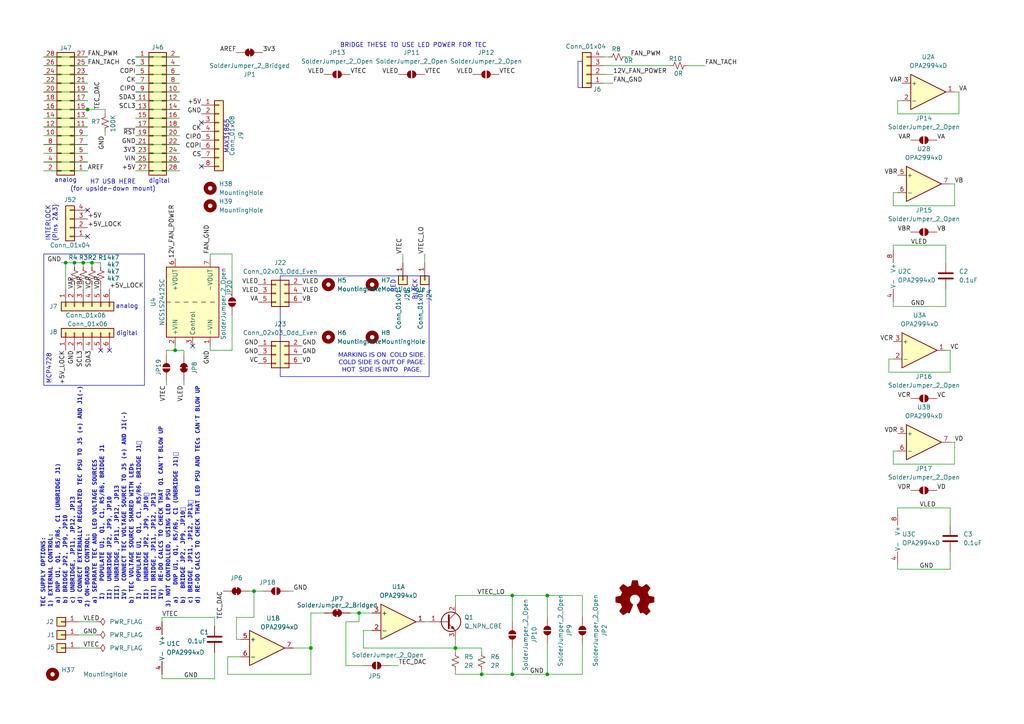
<source format=kicad_sch>
(kicad_sch (version 20250114) (generator "eeschema") (generator_version "9.0")
  (paper "A4")
  (lib_symbols
    (symbol "Amplifier_Operational:OPA2994xD" (pin_names (offset 0.127))
      (property "Reference" "U" (at 0 5.08 0))
      (property "Value" "OPA2994xD" (at 0 -5.08 0))
      (symbol "OPA2994xD_1_1"
        (pin input line (at -7.62 2.54 0) (length 2.54) (name "+") (number "3"))
        (pin input line (at -7.62 -2.54 0) (length 2.54) (name "-") (number "2"))
        (pin output line (at 7.62 0 180) (length 2.54) (name "~") (number "1"))
      )
      (symbol "OPA2994xD_2_1"
        (pin input line (at -7.62 2.54 0) (length 2.54) (name "+") (number "5"))
        (pin input line (at -7.62 -2.54 0) (length 2.54) (name "-") (number "6"))
        (pin output line (at 7.62 0 180) (length 2.54) (name "~") (number "7"))
      )
      (symbol "OPA2994xD_3_1"
        (pin power_in line (at -2.54 7.62 270) (length 3.81) (name "V+") (number "8"))
        (pin power_in line (at -2.54 -7.62 90) (length 3.81) (name "V-") (number "4"))
      )
    )
    (symbol "Connector_Generic:Conn_01x01" (pin_names (offset 1.016) (hide yes))
      (property "Reference" "J" (at 0 2.54 0))
      (property "Value" "Conn_01x01" (at 0 -2.54 0))
      (symbol "Conn_01x01_1_1"
        (pin passive line (at -5.08 0 0) (length 3.81) (name "Pin_1") (number "1"))
      )
    )
    (symbol "Connector_Generic:Conn_01x04" (pin_names (offset 1.016) (hide yes))
      (property "Reference" "J" (at 0 5.08 0))
      (property "Value" "Conn_01x04" (at 0 -7.62 0))
      (symbol "Conn_01x04_1_1"
        (pin passive line (at -5.08 2.54 0) (length 3.81) (name "Pin_1") (number "1"))
        (pin passive line (at -5.08 0 0) (length 3.81) (name "Pin_2") (number "2"))
        (pin passive line (at -5.08 -2.54 0) (length 3.81) (name "Pin_3") (number "3"))
        (pin passive line (at -5.08 -5.08 0) (length 3.81) (name "Pin_4") (number "4"))
      )
    )
    (symbol "Connector_Generic:Conn_01x06" (pin_names (offset 1.016) (hide yes))
      (property "Reference" "J" (at 0 7.62 0))
      (property "Value" "Conn_01x06" (at 0 -10.16 0))
      (symbol "Conn_01x06_1_1"
        (pin passive line (at -5.08 5.08 0) (length 3.81) (name "Pin_1") (number "1"))
        (pin passive line (at -5.08 2.54 0) (length 3.81) (name "Pin_2") (number "2"))
        (pin passive line (at -5.08 0 0) (length 3.81) (name "Pin_3") (number "3"))
        (pin passive line (at -5.08 -2.54 0) (length 3.81) (name "Pin_4") (number "4"))
        (pin passive line (at -5.08 -5.08 0) (length 3.81) (name "Pin_5") (number "5"))
        (pin passive line (at -5.08 -7.62 0) (length 3.81) (name "Pin_6") (number "6"))
      )
    )
    (symbol "Connector_Generic:Conn_01x08" (pin_names (offset 1.016) (hide yes))
      (property "Reference" "J" (at 0 10.16 0))
      (property "Value" "Conn_01x08" (at 0 -12.7 0))
      (symbol "Conn_01x08_1_1"
        (pin passive line (at -5.08 7.62 0) (length 3.81) (name "Pin_1") (number "1"))
        (pin passive line (at -5.08 5.08 0) (length 3.81) (name "Pin_2") (number "2"))
        (pin passive line (at -5.08 2.54 0) (length 3.81) (name "Pin_3") (number "3"))
        (pin passive line (at -5.08 0 0) (length 3.81) (name "Pin_4") (number "4"))
        (pin passive line (at -5.08 -2.54 0) (length 3.81) (name "Pin_5") (number "5"))
        (pin passive line (at -5.08 -5.08 0) (length 3.81) (name "Pin_6") (number "6"))
        (pin passive line (at -5.08 -7.62 0) (length 3.81) (name "Pin_7") (number "7"))
        (pin passive line (at -5.08 -10.16 0) (length 3.81) (name "Pin_8") (number "8"))
      )
    )
    (symbol "Connector_Generic:Conn_02x03_Odd_Even" (pin_names (offset 1.016) (hide yes))
      (property "Reference" "J" (at 1.27 5.08 0))
      (property "Value" "Conn_02x03_Odd_Even" (at 1.27 -5.08 0))
      (symbol "Conn_02x03_Odd_Even_1_1"
        (pin passive line (at -5.08 2.54 0) (length 3.81) (name "Pin_1") (number "1"))
        (pin passive line (at -5.08 0 0) (length 3.81) (name "Pin_3") (number "3"))
        (pin passive line (at -5.08 -2.54 0) (length 3.81) (name "Pin_5") (number "5"))
        (pin passive line (at 7.62 2.54 180) (length 3.81) (name "Pin_2") (number "2"))
        (pin passive line (at 7.62 0 180) (length 3.81) (name "Pin_4") (number "4"))
        (pin passive line (at 7.62 -2.54 180) (length 3.81) (name "Pin_6") (number "6"))
      )
    )
    (symbol "Connector_Generic:Conn_02x14_Odd_Even" (pin_names (offset 1.016) (hide yes))
      (property "Reference" "J" (at 1.27 17.78 0))
      (property "Value" "Conn_02x14_Odd_Even" (at 1.27 -20.32 0))
      (symbol "Conn_02x14_Odd_Even_1_1"
        (pin passive line (at -5.08 15.24 0) (length 3.81) (name "Pin_1") (number "1"))
        (pin passive line (at -5.08 12.7 0) (length 3.81) (name "Pin_3") (number "3"))
        (pin passive line (at -5.08 10.16 0) (length 3.81) (name "Pin_5") (number "5"))
        (pin passive line (at -5.08 7.62 0) (length 3.81) (name "Pin_7") (number "7"))
        (pin passive line (at -5.08 5.08 0) (length 3.81) (name "Pin_9") (number "9"))
        (pin passive line (at -5.08 2.54 0) (length 3.81) (name "Pin_11") (number "11"))
        (pin passive line (at -5.08 0 0) (length 3.81) (name "Pin_13") (number "13"))
        (pin passive line (at -5.08 -2.54 0) (length 3.81) (name "Pin_15") (number "15"))
        (pin passive line (at -5.08 -5.08 0) (length 3.81) (name "Pin_17") (number "17"))
        (pin passive line (at -5.08 -7.62 0) (length 3.81) (name "Pin_19") (number "19"))
        (pin passive line (at -5.08 -10.16 0) (length 3.81) (name "Pin_21") (number "21"))
        (pin passive line (at -5.08 -12.7 0) (length 3.81) (name "Pin_23") (number "23"))
        (pin passive line (at -5.08 -15.24 0) (length 3.81) (name "Pin_25") (number "25"))
        (pin passive line (at -5.08 -17.78 0) (length 3.81) (name "Pin_27") (number "27"))
        (pin passive line (at 7.62 15.24 180) (length 3.81) (name "Pin_2") (number "2"))
        (pin passive line (at 7.62 12.7 180) (length 3.81) (name "Pin_4") (number "4"))
        (pin passive line (at 7.62 10.16 180) (length 3.81) (name "Pin_6") (number "6"))
        (pin passive line (at 7.62 7.62 180) (length 3.81) (name "Pin_8") (number "8"))
        (pin passive line (at 7.62 5.08 180) (length 3.81) (name "Pin_10") (number "10"))
        (pin passive line (at 7.62 2.54 180) (length 3.81) (name "Pin_12") (number "12"))
        (pin passive line (at 7.62 0 180) (length 3.81) (name "Pin_14") (number "14"))
        (pin passive line (at 7.62 -2.54 180) (length 3.81) (name "Pin_16") (number "16"))
        (pin passive line (at 7.62 -5.08 180) (length 3.81) (name "Pin_18") (number "18"))
        (pin passive line (at 7.62 -7.62 180) (length 3.81) (name "Pin_20") (number "20"))
        (pin passive line (at 7.62 -10.16 180) (length 3.81) (name "Pin_22") (number "22"))
        (pin passive line (at 7.62 -12.7 180) (length 3.81) (name "Pin_24") (number "24"))
        (pin passive line (at 7.62 -15.24 180) (length 3.81) (name "Pin_26") (number "26"))
        (pin passive line (at 7.62 -17.78 180) (length 3.81) (name "Pin_28") (number "28"))
      )
    )
    (symbol "Converter_DCDC:NCS1S2412SC"
      (property "Reference" "U" (at -8.89 8.89 0))
      (property "Value" "NCS1S2412SC" (at 8.89 8.89 0))
      (symbol "NCS1S2412SC_1_1"
        (pin power_in line (at -12.7 5.08 0) (length 2.54) (name "+VIN") (number "2"))
        (pin input line (at -12.7 0 0) (length 2.54) (name "Control") (number "3"))
        (pin power_in line (at -12.7 -5.08 0) (length 2.54) (name "-VIN") (number "1"))
        (pin power_out line (at 12.7 5.08 180) (length 2.54) (name "+VOUT") (number "6"))
        (pin power_out line (at 12.7 -5.08 180) (length 2.54) (name "-VOUT") (number "7"))
      )
    )
    (symbol "Device:C" (pin_numbers (hide yes)) (pin_names (offset 0.254))
      (property "Reference" "C" (at 0.635 2.54 0))
      (property "Value" "C" (at 0.635 -2.54 0))
      (symbol "C_1_1"
        (pin passive line (at 0 3.81 270) (length 2.794) (name "~") (number "1"))
        (pin passive line (at 0 -3.81 90) (length 2.794) (name "~") (number "2"))
      )
    )
    (symbol "Device:R_Small_US" (pin_numbers (hide yes)) (pin_names (offset 0.254) (hide yes))
      (property "Reference" "R" (at 0.762 0.508 0))
      (property "Value" "R_Small_US" (at 0.762 -1.016 0))
      (symbol "R_Small_US_1_1"
        (pin passive line (at 0 2.54 270) (length 1.016) (name "~") (number "1"))
        (pin passive line (at 0 -2.54 90) (length 1.016) (name "~") (number "2"))
      )
    )
    (symbol "Graphic:Logo_Open_Hardware_Small" (in_bom no) (on_board no))
    (symbol "Jumper:SolderJumper_2_Bridged" (pin_numbers (hide yes)) (pin_names (offset 0) (hide yes)) (in_bom no)
      (property "Reference" "JP" (at 0 2.032 0))
      (property "Value" "SolderJumper_2_Bridged" (at 0 -2.54 0))
      (symbol "SolderJumper_2_Bridged_1_1"
        (pin passive line (at -3.81 0 0) (length 2.54) (name "A") (number "1"))
        (pin passive line (at 3.81 0 180) (length 2.54) (name "B") (number "2"))
      )
    )
    (symbol "Jumper:SolderJumper_2_Open" (pin_numbers (hide yes)) (pin_names (offset 0) (hide yes)) (in_bom no)
      (property "Reference" "JP" (at 0 2.032 0))
      (property "Value" "SolderJumper_2_Open" (at 0 -2.54 0))
      (symbol "SolderJumper_2_Open_1_1"
        (pin passive line (at -3.81 0 0) (length 2.54) (name "A") (number "1"))
        (pin passive line (at 3.81 0 180) (length 2.54) (name "B") (number "2"))
      )
    )
    (symbol "Mechanical:MountingHole" (pin_names (offset 1.016)) (in_bom no)
      (property "Reference" "H" (at 0 5.08 0))
      (property "Value" "MountingHole" (at 0 3.175 0))
    )
    (symbol "Transistor_BJT:Q_NPN_BCE" (pin_names (offset 0) (hide yes))
      (property "Reference" "Q" (at 5.08 1.27 0))
      (property "Value" "Q_NPN_BCE" (at 5.08 -1.27 0))
      (symbol "Q_NPN_BCE_1_1"
        (pin input line (at -5.08 0 0) (length 2.54) (name "B") (number "1"))
        (pin passive line (at 2.54 5.08 270) (length 2.54) (name "C") (number "2"))
        (pin passive line (at 2.54 -5.08 90) (length 2.54) (name "E") (number "3"))
      )
    )
    (symbol "power:PWR_FLAG" (power) (pin_numbers (hide yes)) (pin_names (offset 0) (hide yes))
      (property "Value" "PWR_FLAG" (at 0 3.81 0))
      (symbol "PWR_FLAG_0_0"
        (pin power_out line (at 0 0 90) (length 0) (name "~") (number "1"))
      )
    )
  )
  (rectangle (start 81.28 80.01) (end 124.46 109.22))
  (rectangle (start 12.7 73.66) (end 41.91 111.76))
  (rectangle (start 167.64 17.78) (end 168.91 25.4) (fill (type color)))
  (text "MAX31865" (at 65.786 39.624 90) (effects (font (size 1.27 1.27))))
  (text "analog" (at 36.83 88.9 0) (effects (font (size 1.27 1.27))))
  (text "digital" (at 36.83 96.774 0) (effects (font (size 1.27 1.27))))
  (text "MARKING IS ON  COLD SIDE.\nCOLD SIDE IS OUT OF PAGE.\nHOT  SIDE IS INTO   PAGE." (at 110.744 105.664 0) (effects (font (size 1.27 1.27))))
  (text "H7 USB HERE\n(for upside-down mount)" (at 32.766 53.848 0) (effects (font (size 1.27 1.27))))
  (text "RED" (at 114.046 83.058 90) (effects (font (size 1.27 1.27))))
  (text "BLACK" (at 120.396 84.074 90) (effects (font (size 1.27 1.27))))
  (text "digital" (at 46.228 52.578 0) (effects (font (size 1.27 1.27))))
  (text "analog" (at 19.05 52.324 0) (effects (font (size 1.27 1.27))))
  (text "INTERLOCK\n(Pins 2&3)" (at 14.986 64.77 90) (effects (font (size 1.27 1.27))))
  (text "MCP4728" (at 14.224 106.934 90) (effects (font (size 1.27 1.27))))
  (text "BRIDGE THESE TO USE LED POWER FOR TEC" (at 119.888 13.208 0) (effects (font (size 1.27 1.27))))
  (text "TEC SUPPLY OPTIONS:\n1) EXTERNAL CONTROL:\n a) DNP U1, Q1, R5/R6, C1 (UNBRIDGE J1)\n b) BRIDGE JP2, JP9, JP10\n c) UNBRIDGE, JP11, JP12, JP13\n d) CONNECT EXTERNALLY REGULATED TEC PSU TO J5 (+) AND J1(-)\n2) ON-BOARD CONTROL:\n a) SEPARATE TEC AND LED VOLTAGE SOURCES\n  I)   POPULATE U1, Q1, C1, R5/R6, BRIDGE J1\n  II)  UNBRIDGE JP2, JP9, JP10\n  III) UNBRIDGE, JP11, JP12, JP13\n  IV)  CONNECT TEC VOLTAGE SOURCE TO J5 (+) AND J1(-)\n b) TEC VOLTAGE SOURCE SHARED WITH LEDs\n  I)   POPULATE U1, Q1, C1, R5/R6, BRIDGE J1\r\n  II)  UNBRIDGE JP2, JP9, JP10\r\n  III) BRIDGE, JP11, JP12, JP13\n  IV)  RE-DO CALCS TO CHECK THAT Q1 CAN'T BLOW UP\n3) NOT CONTROLLED, USING LED PSU\n a)   DNP U1, Q1, R5/R6, C1 (UNBRIDGE J1)\r\n b)  BRIDGE JP2, JP9, JP10\r\n c) BRIDGE, JP11, JP12, JP13\r\n d) RE-DO CALCS TO CHECK THAT LED PSU AND TECs CAN'T BLOW UP" (at 35.306 176.276 90) (effects (font (size 1.27 1.27) (bold yes)) (justify left)))
  (junction (at 50.8 101.6))
  (junction (at 19.05 76.2))
  (junction (at 148.59 195.58))
  (junction (at 158.75 195.58))
  (junction (at 73.66 171.45))
  (junction (at 26.67 76.2))
  (junction (at 24.13 76.2))
  (junction (at 158.75 172.72))
  (junction (at 139.7 195.58))
  (junction (at 21.59 76.2))
  (junction (at 132.08 187.96))
  (junction (at 104.14 177.8))
  (junction (at 25.4 31.75))
  (junction (at 148.59 172.72))
  (junction (at 90.17 187.96))
  (no_connect (at 31.75 101.6))
  (no_connect (at 58.42 35.56))
  (no_connect (at 25.4 68.58))
  (no_connect (at 55.88 100.33))
  (no_connect (at 25.4 60.96))
  (no_connect (at 58.42 48.26))
  (no_connect (at 29.21 101.6))
  (wire (pts (xy 276.86 59.69) (xy 259.08 59.69)))
  (wire (pts (xy 46.99 179.07) (xy 46.99 180.34)))
  (wire (pts (xy 62.23 189.23) (xy 62.23 196.85)))
  (wire (pts (xy 100.33 180.34) (xy 104.14 180.34)))
  (wire (pts (xy 175.26 24.13) (xy 177.8 24.13)))
  (wire (pts (xy 39.37 41.91) (xy 52.07 41.91)))
  (wire (pts (xy 259.08 59.69) (xy 259.08 55.88)))
  (wire (pts (xy 39.37 36.83) (xy 52.07 36.83)))
  (wire (pts (xy 259.08 104.14) (xy 257.81 104.14)))
  (wire (pts (xy 259.08 130.81) (xy 260.35 130.81)))
  (wire (pts (xy 276.86 26.67) (xy 278.13 26.67)))
  (wire (pts (xy 25.4 31.75) (xy 30.48 31.75)))
  (wire (pts (xy 60.96 100.33) (xy 60.96 101.6)))
  (wire (pts (xy 175.26 19.05) (xy 194.31 19.05)))
  (wire (pts (xy 259.08 71.12) (xy 274.32 71.12)))
  (wire (pts (xy 132.08 195.58) (xy 132.08 194.31)))
  (wire (pts (xy 22.86 187.96) (xy 27.94 187.96)))
  (wire (pts (xy 275.59 101.6) (xy 275.59 107.95)))
  (wire (pts (xy 12.7 24.13) (xy 25.4 24.13)))
  (wire (pts (xy 276.86 128.27) (xy 276.86 134.62)))
  (wire (pts (xy 175.26 16.51) (xy 176.53 16.51)))
  (wire (pts (xy 158.75 186.69) (xy 158.75 195.58)))
  (wire (pts (xy 105.41 187.96) (xy 132.08 187.96)))
  (wire (pts (xy 53.34 111.76) (xy 53.34 110.49)))
  (wire (pts (xy 104.14 177.8) (xy 104.14 180.34)))
  (wire (pts (xy 260.35 147.32) (xy 260.35 148.59)))
  (wire (pts (xy 105.41 182.88) (xy 105.41 187.96)))
  (wire (pts (xy 39.37 44.45) (xy 52.07 44.45)))
  (wire (pts (xy 39.37 34.29) (xy 52.07 34.29)))
  (wire (pts (xy 139.7 195.58) (xy 148.59 195.58)))
  (wire (pts (xy 19.05 76.2) (xy 21.59 76.2)))
  (wire (pts (xy 60.96 73.66) (xy 60.96 74.93)))
  (wire (pts (xy 67.31 91.44) (xy 67.31 101.6)))
  (wire (pts (xy 39.37 16.51) (xy 52.07 16.51)))
  (wire (pts (xy 90.17 187.96) (xy 90.17 195.58)))
  (wire (pts (xy 278.13 26.67) (xy 278.13 33.02)))
  (wire (pts (xy 158.75 172.72) (xy 158.75 179.07)))
  (wire (pts (xy 12.7 34.29) (xy 25.4 34.29)))
  (wire (pts (xy 72.39 171.45) (xy 73.66 171.45)))
  (wire (pts (xy 260.35 33.02) (xy 260.35 29.21)))
  (wire (pts (xy 29.21 77.47) (xy 29.21 76.2)))
  (wire (pts (xy 46.99 195.58) (xy 46.99 196.85)))
  (wire (pts (xy 132.08 172.72) (xy 132.08 175.26)))
  (wire (pts (xy 30.48 33.02) (xy 30.48 31.75)))
  (wire (pts (xy 39.37 19.05) (xy 52.07 19.05)))
  (wire (pts (xy 100.33 193.04) (xy 100.33 180.34)))
  (wire (pts (xy 12.7 31.75) (xy 25.4 31.75)))
  (wire (pts (xy 148.59 187.96) (xy 148.59 195.58)))
  (wire (pts (xy 148.59 172.72) (xy 148.59 180.34)))
  (wire (pts (xy 12.7 46.99) (xy 25.4 46.99)))
  (wire (pts (xy 123.19 73.66) (xy 123.19 76.2)))
  (wire (pts (xy 90.17 177.8) (xy 93.98 177.8)))
  (wire (pts (xy 39.37 46.99) (xy 52.07 46.99)))
  (wire (pts (xy 257.81 104.14) (xy 257.81 107.95)))
  (wire (pts (xy 39.37 26.67) (xy 52.07 26.67)))
  (wire (pts (xy 50.8 101.6) (xy 48.26 101.6)))
  (wire (pts (xy 39.37 49.53) (xy 52.07 49.53)))
  (wire (pts (xy 24.13 76.2) (xy 26.67 76.2)))
  (wire (pts (xy 275.59 128.27) (xy 276.86 128.27)))
  (wire (pts (xy 12.7 49.53) (xy 25.4 49.53)))
  (wire (pts (xy 48.26 101.6) (xy 48.26 102.87)))
  (wire (pts (xy 85.09 187.96) (xy 90.17 187.96)))
  (wire (pts (xy 259.08 71.12) (xy 259.08 72.39)))
  (wire (pts (xy 50.8 100.33) (xy 50.8 101.6)))
  (wire (pts (xy 39.37 29.21) (xy 52.07 29.21)))
  (wire (pts (xy 12.7 16.51) (xy 25.4 16.51)))
  (wire (pts (xy 73.66 171.45) (xy 76.2 171.45)))
  (wire (pts (xy 50.8 101.6) (xy 53.34 101.6)))
  (wire (pts (xy 175.26 21.59) (xy 177.8 21.59)))
  (wire (pts (xy 24.13 82.55) (xy 24.13 83.82)))
  (wire (pts (xy 21.59 76.2) (xy 21.59 77.47)))
  (wire (pts (xy 274.32 83.82) (xy 274.32 88.9)))
  (wire (pts (xy 73.66 179.07) (xy 68.58 179.07)))
  (wire (pts (xy 259.08 55.88) (xy 260.35 55.88)))
  (wire (pts (xy 48.26 111.76) (xy 48.26 110.49)))
  (wire (pts (xy 68.58 185.42) (xy 69.85 185.42)))
  (wire (pts (xy 73.66 171.45) (xy 73.66 179.07)))
  (wire (pts (xy 60.96 73.66) (xy 67.31 73.66)))
  (wire (pts (xy 66.04 190.5) (xy 66.04 195.58)))
  (wire (pts (xy 12.7 29.21) (xy 25.4 29.21)))
  (wire (pts (xy 259.08 134.62) (xy 259.08 130.81)))
  (wire (pts (xy 24.13 76.2) (xy 24.13 77.47)))
  (wire (pts (xy 168.91 172.72) (xy 168.91 179.07)))
  (wire (pts (xy 139.7 194.31) (xy 139.7 195.58)))
  (wire (pts (xy 113.03 193.04) (xy 115.57 193.04)))
  (wire (pts (xy 26.67 76.2) (xy 26.67 77.47)))
  (wire (pts (xy 259.08 87.63) (xy 259.08 88.9)))
  (wire (pts (xy 275.59 152.4) (xy 275.59 147.32)))
  (wire (pts (xy 85.09 171.45) (xy 83.82 171.45)))
  (wire (pts (xy 107.95 182.88) (xy 105.41 182.88)))
  (wire (pts (xy 62.23 181.61) (xy 62.23 179.07)))
  (wire (pts (xy 29.21 82.55) (xy 29.21 83.82)))
  (wire (pts (xy 105.41 193.04) (xy 100.33 193.04)))
  (wire (pts (xy 12.7 39.37) (xy 25.4 39.37)))
  (wire (pts (xy 19.05 76.2) (xy 19.05 83.82)))
  (wire (pts (xy 60.96 101.6) (xy 67.31 101.6)))
  (wire (pts (xy 21.59 82.55) (xy 21.59 83.82)))
  (wire (pts (xy 66.04 195.58) (xy 90.17 195.58)))
  (wire (pts (xy 69.85 190.5) (xy 66.04 190.5)))
  (wire (pts (xy 68.58 179.07) (xy 68.58 185.42)))
  (wire (pts (xy 22.86 184.15) (xy 27.94 184.15)))
  (wire (pts (xy 260.35 29.21) (xy 261.62 29.21)))
  (wire (pts (xy 123.19 180.34) (xy 124.46 180.34)))
  (wire (pts (xy 67.31 73.66) (xy 67.31 83.82)))
  (wire (pts (xy 139.7 189.23) (xy 139.7 187.96)))
  (wire (pts (xy 276.86 134.62) (xy 259.08 134.62)))
  (wire (pts (xy 182.88 16.51) (xy 181.61 16.51)))
  (wire (pts (xy 275.59 165.1) (xy 260.35 165.1)))
  (wire (pts (xy 12.7 36.83) (xy 25.4 36.83)))
  (wire (pts (xy 116.84 76.2) (xy 116.84 73.66)))
  (wire (pts (xy 158.75 172.72) (xy 168.91 172.72)))
  (wire (pts (xy 22.86 180.34) (xy 27.94 180.34)))
  (wire (pts (xy 278.13 33.02) (xy 260.35 33.02)))
  (wire (pts (xy 12.7 19.05) (xy 25.4 19.05)))
  (wire (pts (xy 132.08 172.72) (xy 148.59 172.72)))
  (wire (pts (xy 39.37 39.37) (xy 52.07 39.37)))
  (wire (pts (xy 158.75 195.58) (xy 168.91 195.58)))
  (wire (pts (xy 39.37 21.59) (xy 52.07 21.59)))
  (wire (pts (xy 26.67 82.55) (xy 26.67 83.82)))
  (wire (pts (xy 29.21 76.2) (xy 26.67 76.2)))
  (wire (pts (xy 12.7 21.59) (xy 25.4 21.59)))
  (wire (pts (xy 204.47 19.05) (xy 199.39 19.05)))
  (wire (pts (xy 132.08 187.96) (xy 132.08 189.23)))
  (wire (pts (xy 12.7 26.67) (xy 25.4 26.67)))
  (wire (pts (xy 62.23 196.85) (xy 46.99 196.85)))
  (wire (pts (xy 39.37 24.13) (xy 52.07 24.13)))
  (wire (pts (xy 53.34 101.6) (xy 53.34 102.87)))
  (wire (pts (xy 274.32 76.2) (xy 274.32 71.12)))
  (wire (pts (xy 30.48 38.1) (xy 30.48 39.37)))
  (wire (pts (xy 168.91 186.69) (xy 168.91 195.58)))
  (wire (pts (xy 17.78 76.2) (xy 19.05 76.2)))
  (wire (pts (xy 132.08 185.42) (xy 132.08 187.96)))
  (wire (pts (xy 139.7 195.58) (xy 132.08 195.58)))
  (wire (pts (xy 139.7 187.96) (xy 132.08 187.96)))
  (wire (pts (xy 148.59 172.72) (xy 158.75 172.72)))
  (wire (pts (xy 274.32 101.6) (xy 275.59 101.6)))
  (wire (pts (xy 39.37 31.75) (xy 52.07 31.75)))
  (wire (pts (xy 21.59 76.2) (xy 24.13 76.2)))
  (wire (pts (xy 90.17 177.8) (xy 90.17 187.96)))
  (wire (pts (xy 148.59 195.58) (xy 158.75 195.58)))
  (wire (pts (xy 275.59 107.95) (xy 257.81 107.95)))
  (wire (pts (xy 260.35 147.32) (xy 275.59 147.32)))
  (wire (pts (xy 260.35 165.1) (xy 260.35 163.83)))
  (wire (pts (xy 101.6 177.8) (xy 104.14 177.8)))
  (wire (pts (xy 274.32 88.9) (xy 259.08 88.9)))
  (wire (pts (xy 275.59 160.02) (xy 275.59 165.1)))
  (wire (pts (xy 104.14 177.8) (xy 107.95 177.8)))
  (wire (pts (xy 12.7 41.91) (xy 25.4 41.91)))
  (wire (pts (xy 275.59 53.34) (xy 276.86 53.34)))
  (wire (pts (xy 12.7 44.45) (xy 25.4 44.45)))
  (wire (pts (xy 276.86 53.34) (xy 276.86 59.69)))
  (wire (pts (xy 46.99 179.07) (xy 62.23 179.07)))
  (label "GND" (at 87.63 100.33 0))
  (label "VC" (at 275.59 101.6 0))
  (label "FAN_GND" (at 60.96 73.66 90))
  (label "CS" (at 58.42 45.72 180))
  (label "+5V_LOCK" (at 25.4 66.04 0))
  (label "GND" (at 30.48 39.37 270))
  (label "VTEC" (at 123.19 21.59 0))
  (label "VLED" (at 74.93 82.55 180))
  (label "VLED" (at 115.57 21.59 180))
  (label "FAN_PWM" (at 182.88 16.51 0))
  (label "VDR" (at 260.35 125.73 180))
  (label "VLED" (at 87.63 82.55 0))
  (label "GND" (at 58.42 33.02 180))
  (label "GND" (at 39.37 41.91 180))
  (label "FAN_GND" (at 177.8 24.13 0))
  (label "VBR" (at 264.16 67.31 180))
  (label "CS" (at 39.37 19.05 180))
  (label "VLED" (at 93.98 21.59 180))
  (label "GND" (at 153.67 195.58 0))
  (label "SDA3" (at 26.67 101.6 270))
  (label "VTEC_LO" (at 138.43 172.72 0))
  (label "VAR" (at 261.62 24.13 180))
  (label "VLED" (at 74.93 85.09 180))
  (label "+5V_LOCK" (at 31.75 83.82 0))
  (label "VBR" (at 24.13 83.82 90))
  (label "GND" (at 53.34 196.85 0))
  (label "VB" (at 276.86 53.34 0))
  (label "VD" (at 87.63 105.41 0))
  (label "FAN_TACH" (at 25.4 19.05 0))
  (label "VTEC_LO" (at 123.19 73.66 90))
  (label "VLED" (at 53.34 111.76 270))
  (label "VLED" (at 24.13 180.34 0))
  (label "GND" (at 87.63 102.87 0))
  (label "GND" (at 85.09 171.45 0))
  (label "VTEC" (at 48.26 111.76 270))
  (label "CIPO" (at 39.37 26.67 180))
  (label "+5V" (at 39.37 49.53 180))
  (label "VTEC" (at 116.84 73.66 90))
  (label "VTEC" (at 144.78 21.59 0))
  (label "VDR" (at 264.16 142.24 180))
  (label "GND" (at 74.93 102.87 180))
  (label "VTEC" (at 101.6 21.59 0))
  (label "GND" (at 266.7 165.1 0))
  (label "VA" (at 271.78 40.64 0))
  (label "CIPO" (at 58.42 40.64 180))
  (label "SCL3" (at 39.37 31.75 180))
  (label "+5V_LOCK" (at 19.05 101.6 270))
  (label "VIN" (at 39.37 46.99 180))
  (label "VC" (at 74.93 105.41 180))
  (label "COPI" (at 58.42 43.18 180))
  (label "VLED" (at 264.16 71.12 0))
  (label "VA" (at 278.13 26.67 0))
  (label "VTEC" (at 46.99 179.07 0))
  (label "VAR" (at 21.59 83.82 90))
  (label "VCR" (at 264.16 115.57 180))
  (label "GND" (at 24.13 184.15 0))
  (label "VBR" (at 260.35 50.8 180))
  (label "SCL3" (at 24.13 101.6 270))
  (label "GND" (at 17.78 76.2 180))
  (label "VLED" (at 87.63 85.09 0))
  (label "TEC_DAC" (at 29.21 31.75 90))
  (label "VTEC" (at 24.13 187.96 0))
  (label "12V_FAN_POWER" (at 50.8 74.93 90))
  (label "+5V" (at 58.42 30.48 180))
  (label "VDR" (at 29.21 83.82 90))
  (label "VD" (at 276.86 128.27 0))
  (label "VA" (at 74.93 87.63 180))
  (label "GND" (at 21.59 101.6 270))
  (label "TEC_DAC" (at 115.57 193.04 0))
  (label "COPI" (at 39.37 21.59 180))
  (label "CK" (at 58.42 38.1 180))
  (label "VB" (at 271.78 67.31 0))
  (label "VCR" (at 26.67 83.82 90))
  (label "VC" (at 271.78 115.57 0))
  (label "TEC_DAC" (at 64.77 171.45 270))
  (label "SDA3" (at 39.37 29.21 180))
  (label "AREF" (at 25.4 49.53 0))
  (label "GND" (at 60.96 101.6 270))
  (label "VLED" (at 266.7 147.32 0))
  (label "12V_FAN_POWER" (at 177.8 21.59 0))
  (label "FAN_TACH" (at 204.47 19.05 0))
  (label "VLED" (at 137.16 21.59 180))
  (label "VAR" (at 264.16 40.64 180))
  (label "GND" (at 264.16 88.9 0))
  (label "FAN_PWM" (at 25.4 16.51 0))
  (label "VCR" (at 259.08 99.06 180))
  (label "CK" (at 39.37 24.13 180))
  (label "VD" (at 271.78 142.24 0))
  (label "3V3" (at 39.37 44.45 180))
  (label "AREF" (at 68.58 15.24 180))
  (label "~{RST}" (at 39.37 39.37 180))
  (label "VB" (at 87.63 87.63 0))
  (label "+5V" (at 25.4 63.5 0))
  (label "3V3" (at 76.2 15.24 0))
  (label "GND" (at 74.93 100.33 180))
  (symbol (lib_id "Connector_Generic:Conn_01x04") (at 170.18 21.59 180) (unit 1)
    (property "Reference" "J6" (at 173.228 25.908 0))
    (property "Value" "Conn_01x04" (at 169.926 13.462 0))
    (property "Footprint" "Connector:FanPinHeader_1x04_P2.54mm_Vertical" (effects (hide yes)))
    (property "Description" "Generic connector, single row, 01x04, script generated (kicad-library-utils/schlib/autogen/connector/)" (effects (hide yes)))
  )
  (symbol (lib_id "Connector_Generic:Conn_01x06") (at 24.13 96.52 90) (unit 1)
    (property "Reference" "J8" (at 15.494 96.266 90))
    (property "Value" "Conn_01x06" (at 25.4 93.98 90))
    (property "Footprint" "Connector_PinSocket_2.54mm:PinSocket_1x06_P2.54mm_Vertical_SMD_Pin1Left" (effects (hide yes)))
    (property "Description" "Generic connector, single row, 01x06, script generated (kicad-library-utils/schlib/autogen/connector/)" (effects (hide yes)))
  )
  (symbol (lib_id "Jumper:SolderJumper_2_Open") (at 140.97 21.59 0) (unit 1) (in_bom no)
    (property "Reference" "JP12" (at 140.97 15.24 0))
    (property "Value" "SolderJumper_2_Open" (at 140.97 17.78 0))
    (property "Footprint" "Jumper:SolderJumper-2_P1.3mm_Open_RoundedPad1.0x1.5mm" (effects (hide yes)))
    (property "Description" "Solder Jumper, 2-pole, open" (effects (hide yes)))
  )
  (symbol (lib_id "Amplifier_Operational:OPA2994xD") (at 267.97 53.34 0) (unit 2)
    (property "Reference" "U2" (at 267.97 43.18 0))
    (property "Value" "OPA2994xD" (at 267.97 45.72 0))
    (property "Footprint" "Package_SO:SOIC-8_3.9x4.9mm_P1.27mm" (effects (hide yes)))
    (property "Datasheet" "https://www.ti.com/lit/ds/symlink/opa2994.pdf" (effects (hide yes)))
    (property "Description" "Dual Opamp, Rail-to-Rail Input/Output, Unlimited Capacitive Load Drive, 125mA Output Current, 2-32V, 350uV offset, 24MHz GBW, SOIC-8" (effects (hide yes)))
  )
  (symbol (lib_id "power:PWR_FLAG") (at 27.94 180.34 270) (mirror x) (unit 1)
    (property "Reference" "#FLG04" (effects (hide yes)))
    (property "Value" "PWR_FLAG" (at 31.75 180.3399 90) (effects (justify left)))
    (property "Description" "Special symbol for telling ERC where power comes from" (effects (hide yes)))
  )
  (symbol (lib_id "Connector_Generic:Conn_01x06") (at 24.13 88.9 90) (mirror x) (unit 1)
    (property "Reference" "J7" (at 15.494 88.9 90))
    (property "Value" "Conn_01x06" (at 24.892 91.44 90))
    (property "Footprint" "Connector_PinSocket_2.54mm:PinSocket_1x06_P2.54mm_Vertical_SMD_Pin1Left" (effects (hide yes)))
    (property "Description" "Generic connector, single row, 01x06, script generated (kicad-library-utils/schlib/autogen/connector/)" (effects (hide yes)))
  )
  (symbol (lib_id "Device:R_Small_US") (at 21.59 80.01 0) (unit 1)
    (property "Reference" "R4" (at 19.812 74.676 0) (effects (justify left)))
    (property "Value" "4k7" (at 30.988 80.772 0) (effects (justify left)))
    (property "Footprint" "Resistor_SMD:R_1206_3216Metric_Pad1.30x1.75mm_HandSolder" (effects (hide yes)))
    (property "Description" "Resistor, small US symbol" (effects (hide yes)))
  )
  (symbol (lib_id "Device:C") (at 275.59 156.21 0) (unit 1)
    (property "Reference" "C3" (at 279.4 154.9399 0) (effects (justify left)))
    (property "Value" "0.1uF" (at 279.4 157.4799 0) (effects (justify left)))
    (property "Footprint" "Capacitor_SMD:C_0805_2012Metric_Pad1.18x1.45mm_HandSolder" (effects (hide yes)))
    (property "Description" "Unpolarized capacitor" (effects (hide yes)))
  )
  (symbol (lib_id "Jumper:SolderJumper_2_Open") (at 267.97 115.57 0) (unit 1) (in_bom no)
    (property "Reference" "JP16" (at 267.97 109.22 0))
    (property "Value" "SolderJumper_2_Open" (at 267.97 111.76 0))
    (property "Footprint" "Jumper:SolderJumper-2_P1.3mm_Open_RoundedPad1.0x1.5mm" (effects (hide yes)))
    (property "Description" "Solder Jumper, 2-pole, open" (effects (hide yes)))
  )
  (symbol (lib_id "Jumper:SolderJumper_2_Bridged") (at 97.79 177.8 0) (unit 1) (in_bom no)
    (property "Reference" "JP7" (at 97.79 173.736 0))
    (property "Value" "SolderJumper_2_Bridged" (at 97.79 175.514 0))
    (property "Footprint" "Jumper:SolderJumper-2_P1.3mm_Bridged_RoundedPad1.0x1.5mm" (effects (hide yes)))
    (property "Description" "Solder Jumper, 2-pole, closed/bridged" (effects (hide yes)))
  )
  (symbol (lib_id "Jumper:SolderJumper_2_Bridged") (at 53.34 106.68 270) (unit 1) (in_bom no)
    (property "Reference" "JP8" (at 56.388 106.68 0))
    (property "Value" "SolderJumper_2_Bridged" (effects (hide yes)))
    (property "Footprint" "Jumper:SolderJumper-2_P1.3mm_Bridged2Bar_RoundedPad1.0x1.5mm" (effects (hide yes)))
    (property "Description" "Solder Jumper, 2-pole, closed/bridged" (effects (hide yes)))
  )
  (symbol (lib_id "Connector_Generic:Conn_02x14_Odd_Even") (at 44.45 31.75 0) (unit 1)
    (property "Reference" "J46" (at 45.72 13.716 0))
    (property "Value" "Conn_02x14_Top_Bottom" (effects (hide yes)))
    (property "Footprint" "Connector_PinSocket_2.54mm:PinSocket_2x14_P2.54mm_Vertical_SMD" (effects (hide yes)))
    (property "Description" "Generic connector, double row, 02x14, odd/even pin numbering scheme (row 1 odd numbers, row 2 even numbers), script generated (kicad-library-utils/schlib/autogen/connector/)" (effects (hide yes)))
  )
  (symbol (lib_id "Connector_Generic:Conn_01x01") (at 17.78 180.34 0) (mirror y) (unit 1)
    (property "Reference" "J2" (at 14.478 180.34 0))
    (property "Value" "Conn_01x01" (effects (hide yes)))
    (property "Footprint" "custom:LF994006" (effects (hide yes)))
    (property "Description" "Generic connector, single row, 01x01, script generated (kicad-library-utils/schlib/autogen/connector/)" (effects (hide yes)))
  )
  (symbol (lib_id "Jumper:SolderJumper_2_Open") (at 168.91 182.88 270) (unit 1) (in_bom no)
    (property "Reference" "JP2" (at 175.26 182.88 0))
    (property "Value" "SolderJumper_2_Open" (at 172.72 182.88 0))
    (property "Footprint" "Jumper:SolderJumper-2_P1.3mm_Open_RoundedPad1.0x1.5mm" (effects (hide yes)))
    (property "Description" "Solder Jumper, 2-pole, open" (effects (hide yes)))
  )
  (symbol (lib_id "Amplifier_Operational:OPA2994xD") (at 77.47 187.96 0) (unit 2)
    (property "Reference" "U1" (at 79.248 179.324 0))
    (property "Value" "OPA2994xD" (at 81.026 181.864 0))
    (property "Footprint" "Package_SO:SOIC-8_3.9x4.9mm_P1.27mm" (effects (hide yes)))
    (property "Datasheet" "https://www.ti.com/lit/ds/symlink/opa2994.pdf" (effects (hide yes)))
    (property "Description" "Dual Opamp, Rail-to-Rail Input/Output, Unlimited Capacitive Load Drive, 125mA Output Current, 2-32V, 350uV offset, 24MHz GBW, SOIC-8" (effects (hide yes)))
  )
  (symbol (lib_id "Amplifier_Operational:OPA2994xD") (at 266.7 101.6 0) (unit 1)
    (property "Reference" "U3" (at 266.7 91.44 0))
    (property "Value" "OPA2994xD" (at 266.7 93.98 0))
    (property "Footprint" "Package_SO:SOIC-8_3.9x4.9mm_P1.27mm" (effects (hide yes)))
    (property "Datasheet" "https://www.ti.com/lit/ds/symlink/opa2994.pdf" (effects (hide yes)))
    (property "Description" "Dual Opamp, Rail-to-Rail Input/Output, Unlimited Capacitive Load Drive, 125mA Output Current, 2-32V, 350uV offset, 24MHz GBW, SOIC-8" (effects (hide yes)))
  )
  (symbol (lib_id "Jumper:SolderJumper_2_Open") (at 267.97 40.64 0) (unit 1) (in_bom no)
    (property "Reference" "JP14" (at 267.97 34.29 0))
    (property "Value" "SolderJumper_2_Open" (at 267.97 36.83 0))
    (property "Footprint" "Jumper:SolderJumper-2_P1.3mm_Open_RoundedPad1.0x1.5mm" (effects (hide yes)))
    (property "Description" "Solder Jumper, 2-pole, open" (effects (hide yes)))
  )
  (symbol (lib_id "Connector_Generic:Conn_01x04") (at 20.32 66.04 180) (unit 1)
    (property "Reference" "J52" (at 20.32 57.912 0))
    (property "Value" "Conn_01x04" (at 20.32 71.12 0))
    (property "Footprint" "Connector_Harwin:Harwin_M20-89004xx_1x04_P2.54mm_Horizontal" (effects (hide yes)))
    (property "Description" "Generic connector, single row, 01x04, script generated (kicad-library-utils/schlib/autogen/connector/)" (effects (hide yes)))
  )
  (symbol (lib_id "Device:R_Small_US") (at 29.21 80.01 0) (unit 1)
    (property "Reference" "R1" (at 28.448 74.676 0) (effects (justify left)))
    (property "Value" "4k7" (at 30.988 74.676 0) (effects (justify left)))
    (property "Footprint" "Resistor_SMD:R_1206_3216Metric_Pad1.30x1.75mm_HandSolder" (effects (hide yes)))
    (property "Description" "Resistor, small US symbol" (effects (hide yes)))
  )
  (symbol (lib_id "Mechanical:MountingHole") (at 107.95 97.79 0) (unit 1) (in_bom no)
    (property "Reference" "H8" (at 110.49 96.5199 0) (effects (justify left)))
    (property "Value" "MountingHole" (at 110.49 99.0599 0) (effects (justify left)))
    (property "Footprint" "custom:MountingHole_3.50mm" (effects (hide yes)))
    (property "Description" "Mounting Hole without connection" (effects (hide yes)))
  )
  (symbol (lib_id "Connector_Generic:Conn_02x03_Odd_Even") (at 80.01 102.87 0) (unit 1)
    (property "Reference" "J23" (at 81.28 93.98 0))
    (property "Value" "Conn_02x03_Odd_Even" (at 81.28 96.52 0))
    (property "Footprint" "Connector_PinHeader_2.54mm:PinHeader_2x03_P2.54mm_Vertical_SMD" (effects (hide yes)))
    (property "Description" "Generic connector, double row, 02x03, odd/even pin numbering scheme (row 1 odd numbers, row 2 even numbers), script generated (kicad-library-utils/schlib/autogen/connector/)" (effects (hide yes)))
  )
  (symbol (lib_id "Mechanical:MountingHole") (at 95.25 97.79 0) (unit 1) (in_bom no)
    (property "Reference" "H6" (at 97.79 96.5199 0) (effects (justify left)))
    (property "Value" "MountingHole" (at 97.79 99.0599 0) (effects (justify left)))
    (property "Footprint" "custom:MountingHole_3.50mm" (effects (hide yes)))
    (property "Description" "Mounting Hole without connection" (effects (hide yes)))
  )
  (symbol (lib_id "Device:R_Small_US") (at 139.7 191.77 0) (unit 1)
    (property "Reference" "R6" (at 142.24 190.4999 0) (effects (justify left)))
    (property "Value" "2R" (at 142.24 193.0399 0) (effects (justify left)))
    (property "Footprint" "Package_TO_SOT_SMD:TO-263-2_TabPin1" (effects (hide yes)))
    (property "Description" "Resistor, small US symbol" (effects (hide yes)))
  )
  (symbol (lib_id "Device:R_Small_US") (at 132.08 191.77 0) (unit 1)
    (property "Reference" "R5" (at 134.62 190.4999 0) (effects (justify left)))
    (property "Value" "2R" (at 134.62 193.0399 0) (effects (justify left)))
    (property "Footprint" "Resistor_SMD:R_2512_6332Metric_Pad1.40x3.35mm_HandSolder" (effects (hide yes)))
    (property "Description" "Resistor, small US symbol" (effects (hide yes)))
  )
  (symbol (lib_id "Jumper:SolderJumper_2_Bridged") (at 72.39 15.24 180) (unit 1) (in_bom no)
    (property "Reference" "JP1" (at 72.39 21.59 0))
    (property "Value" "SolderJumper_2_Bridged" (at 72.39 19.05 0))
    (property "Footprint" "Jumper:SolderJumper-2_P1.3mm_Bridged_RoundedPad1.0x1.5mm" (effects (hide yes)))
    (property "Description" "Solder Jumper, 2-pole, closed/bridged" (effects (hide yes)))
  )
  (symbol (lib_id "Converter_DCDC:NCS1S2412SC") (at 55.88 87.63 90) (unit 1)
    (property "Reference" "U4" (at 44.45 87.63 0))
    (property "Value" "NCS1S2412SC" (at 46.99 87.63 0))
    (property "Footprint" "Converter_DCDC:Converter_DCDC_Murata_NCS1SxxxxSC_THT" (effects (hide yes)))
    (property "Datasheet" "https://power.murata.com/data/power/ncl/kdc_ncs1.pdf" (effects (hide yes)))
    (property "Description" "Isolated 1W 4:1 input DC/DC converter module, 9-36V input voltage, 12.0V output voltage, SIP" (effects (hide yes)))
  )
  (symbol (lib_id "Mechanical:MountingHole") (at 15.24 195.58 0) (unit 1) (in_bom no)
    (property "Reference" "H37" (at 17.78 194.3099 0) (effects (justify left)))
    (property "Value" "MountingHole" (at 24.13 195.5799 0) (effects (justify left)))
    (property "Footprint" "custom:MountingHole_3.0mm" (effects (hide yes)))
    (property "Description" "Mounting Hole without connection" (effects (hide yes)))
  )
  (symbol (lib_id "Device:C") (at 62.23 185.42 0) (unit 1)
    (property "Reference" "C1" (at 57.912 183.388 0) (effects (justify left)))
    (property "Value" "0.1uF" (at 54.356 185.928 0) (effects (justify left)))
    (property "Footprint" "Capacitor_SMD:C_0805_2012Metric_Pad1.18x1.45mm_HandSolder" (effects (hide yes)))
    (property "Description" "Unpolarized capacitor" (effects (hide yes)))
  )
  (symbol (lib_id "Device:R_Small_US") (at 26.67 80.01 0) (unit 1)
    (property "Reference" "R2" (at 25.4 74.676 0) (effects (justify left)))
    (property "Value" "4k7" (at 30.988 76.708 0) (effects (justify left)))
    (property "Footprint" "Resistor_SMD:R_1206_3216Metric_Pad1.30x1.75mm_HandSolder" (effects (hide yes)))
    (property "Description" "Resistor, small US symbol" (effects (hide yes)))
  )
  (symbol (lib_id "Jumper:SolderJumper_2_Open") (at 97.79 21.59 0) (unit 1) (in_bom no)
    (property "Reference" "JP13" (at 97.79 15.24 0))
    (property "Value" "SolderJumper_2_Open" (at 97.79 17.78 0))
    (property "Footprint" "Jumper:SolderJumper-2_P1.3mm_Open_RoundedPad1.0x1.5mm" (effects (hide yes)))
    (property "Description" "Solder Jumper, 2-pole, open" (effects (hide yes)))
  )
  (symbol (lib_id "Graphic:Logo_Open_Hardware_Small") (at 184.15 173.99 0) (unit 1) (exclude_from_sim yes) (in_bom no)
    (property "Reference" "SYM1" (effects (hide yes)))
    (property "Value" "Logo_Open_Hardware_Small" (effects (hide yes)))
    (property "Footprint" "custom:site_small" (effects (hide yes)))
    (property "Description" "Open Hardware logo, small" (effects (hide yes)))
  )
  (symbol (lib_id "Jumper:SolderJumper_2_Open") (at 267.97 67.31 0) (unit 1) (in_bom no)
    (property "Reference" "JP15" (at 267.97 60.96 0))
    (property "Value" "SolderJumper_2_Open" (at 267.97 63.5 0))
    (property "Footprint" "Jumper:SolderJumper-2_P1.3mm_Open_RoundedPad1.0x1.5mm" (effects (hide yes)))
    (property "Description" "Solder Jumper, 2-pole, open" (effects (hide yes)))
  )
  (symbol (lib_id "Connector_Generic:Conn_02x14_Odd_Even") (at 20.32 34.29 180) (unit 1)
    (property "Reference" "J47" (at 19.05 13.97 0))
    (property "Value" "Conn_02x14_Top_Bottom" (effects (hide yes)))
    (property "Footprint" "Connector_PinSocket_2.54mm:PinSocket_2x14_P2.54mm_Vertical_SMD" (effects (hide yes)))
    (property "Description" "Generic connector, double row, 02x14, odd/even pin numbering scheme (row 1 odd numbers, row 2 even numbers), script generated (kicad-library-utils/schlib/autogen/connector/)" (effects (hide yes)))
  )
  (symbol (lib_id "Mechanical:MountingHole") (at 95.25 82.55 0) (unit 1) (in_bom no)
    (property "Reference" "H5" (at 97.79 81.2799 0) (effects (justify left)))
    (property "Value" "MountingHole" (at 97.79 83.8199 0) (effects (justify left)))
    (property "Footprint" "custom:MountingHole_3.50mm" (effects (hide yes)))
    (property "Description" "Mounting Hole without connection" (effects (hide yes)))
  )
  (symbol (lib_id "Mechanical:MountingHole") (at 60.96 59.69 0) (unit 1) (in_bom no)
    (property "Reference" "H39" (at 63.5 58.4199 0) (effects (justify left)))
    (property "Value" "MountingHole" (at 63.5 60.9599 0) (effects (justify left)))
    (property "Footprint" "MountingHole:MountingHole_2.2mm_M2" (effects (hide yes)))
    (property "Description" "Mounting Hole without connection" (effects (hide yes)))
  )
  (symbol (lib_id "Device:R_Small_US") (at 30.48 35.56 0) (mirror x) (unit 1)
    (property "Reference" "R7" (at 26.416 35.306 0) (effects (justify left)))
    (property "Value" "100K" (at 32.766 33.274 90) (effects (justify left)))
    (property "Footprint" "Resistor_SMD:R_1206_3216Metric_Pad1.30x1.75mm_HandSolder" (effects (hide yes)))
    (property "Description" "Resistor, small US symbol" (effects (hide yes)))
  )
  (symbol (lib_id "Connector_Generic:Conn_01x01") (at 116.84 81.28 270) (unit 1)
    (property "Reference" "J25" (at 118.1101 83.82 0) (effects (justify left)))
    (property "Value" "Conn_01x01" (at 115.5701 83.82 0) (effects (justify left)))
    (property "Footprint" "Connector_Wire:SolderWirePad_1x01_SMD_3x6mm" (effects (hide yes)))
    (property "Description" "Generic connector, single row, 01x01, script generated (kicad-library-utils/schlib/autogen/connector/)" (effects (hide yes)))
  )
  (symbol (lib_id "Mechanical:MountingHole") (at 107.95 82.55 0) (unit 1) (in_bom no)
    (property "Reference" "H7" (at 110.49 81.2799 0) (effects (justify left)))
    (property "Value" "MountingHole" (at 110.49 83.8199 0) (effects (justify left)))
    (property "Footprint" "custom:MountingHole_3.50mm" (effects (hide yes)))
    (property "Description" "Mounting Hole without connection" (effects (hide yes)))
  )
  (symbol (lib_id "Device:R_Small_US") (at 196.85 19.05 90) (unit 1)
    (property "Reference" "R10" (at 197.866 17.018 90) (effects (justify left)))
    (property "Value" "0R" (at 198.12 21.336 90) (effects (justify left)))
    (property "Footprint" "Resistor_SMD:R_1206_3216Metric_Pad1.30x1.75mm_HandSolder" (effects (hide yes)))
    (property "Description" "Resistor, small US symbol" (effects (hide yes)))
  )
  (symbol (lib_id "Amplifier_Operational:OPA2994xD") (at 269.24 26.67 0) (unit 1)
    (property "Reference" "U2" (at 269.24 16.51 0))
    (property "Value" "OPA2994xD" (at 269.24 19.05 0))
    (property "Footprint" "Package_SO:SOIC-8_3.9x4.9mm_P1.27mm" (effects (hide yes)))
    (property "Datasheet" "https://www.ti.com/lit/ds/symlink/opa2994.pdf" (effects (hide yes)))
    (property "Description" "Dual Opamp, Rail-to-Rail Input/Output, Unlimited Capacitive Load Drive, 125mA Output Current, 2-32V, 350uV offset, 24MHz GBW, SOIC-8" (effects (hide yes)))
  )
  (symbol (lib_id "Jumper:SolderJumper_2_Open") (at 119.38 21.59 0) (unit 1) (in_bom no)
    (property "Reference" "JP11" (at 119.38 15.24 0))
    (property "Value" "SolderJumper_2_Open" (at 119.38 17.78 0))
    (property "Footprint" "Jumper:SolderJumper-2_P1.3mm_Open_RoundedPad1.0x1.5mm" (effects (hide yes)))
    (property "Description" "Solder Jumper, 2-pole, open" (effects (hide yes)))
  )
  (symbol (lib_id "Jumper:SolderJumper_2_Bridged") (at 68.58 171.45 0) (unit 1) (in_bom no)
    (property "Reference" "JP6" (at 68.58 167.64 0))
    (property "Value" "SolderJumper_2_Bridged" (effects (hide yes)))
    (property "Footprint" "Jumper:SolderJumper-2_P1.3mm_Bridged_RoundedPad1.0x1.5mm" (effects (hide yes)))
    (property "Description" "Solder Jumper, 2-pole, closed/bridged" (effects (hide yes)))
  )
  (symbol (lib_id "Connector_Generic:Conn_01x01") (at 17.78 184.15 0) (mirror y) (unit 1)
    (property "Reference" "J1" (at 16.002 184.15 0) (effects (justify left)))
    (property "Value" "Conn_01x01" (effects (hide yes)))
    (property "Footprint" "custom:LF994006" (effects (hide yes)))
    (property "Description" "Generic connector, single row, 01x01, script generated (kicad-library-utils/schlib/autogen/connector/)" (effects (hide yes)))
  )
  (symbol (lib_id "Amplifier_Operational:OPA2994xD") (at 262.89 156.21 0) (unit 3)
    (property "Reference" "U3" (at 261.62 154.9399 0) (effects (justify left)))
    (property "Value" "OPA2994xD" (at 261.62 157.4799 0) (effects (justify left)))
    (property "Footprint" "Package_SO:SOIC-8_3.9x4.9mm_P1.27mm" (effects (hide yes)))
    (property "Datasheet" "https://www.ti.com/lit/ds/symlink/opa2994.pdf" (effects (hide yes)))
    (property "Description" "Dual Opamp, Rail-to-Rail Input/Output, Unlimited Capacitive Load Drive, 125mA Output Current, 2-32V, 350uV offset, 24MHz GBW, SOIC-8" (effects (hide yes)))
  )
  (symbol (lib_id "Jumper:SolderJumper_2_Open") (at 158.75 182.88 270) (unit 1) (in_bom no)
    (property "Reference" "JP9" (at 165.1 182.88 0))
    (property "Value" "SolderJumper_2_Open" (at 162.56 182.88 0))
    (property "Footprint" "Jumper:SolderJumper-2_P1.3mm_Open_RoundedPad1.0x1.5mm" (effects (hide yes)))
    (property "Description" "Solder Jumper, 2-pole, open" (effects (hide yes)))
  )
  (symbol (lib_id "Jumper:SolderJumper_2_Open") (at 109.22 193.04 0) (mirror x) (unit 1) (in_bom no)
    (property "Reference" "JP5" (at 110.49 196.088 0) (effects (justify right)))
    (property "Value" "SolderJumper_2_Open" (at 122.936 189.992 0) (effects (justify right)))
    (property "Footprint" "Jumper:SolderJumper-2_P1.3mm_Open_RoundedPad1.0x1.5mm" (effects (hide yes)))
    (property "Description" "Solder Jumper, 2-pole, open" (effects (hide yes)))
  )
  (symbol (lib_id "Amplifier_Operational:OPA2994xD") (at 261.62 80.01 0) (unit 3)
    (property "Reference" "U2" (at 260.35 78.7399 0) (effects (justify left)))
    (property "Value" "OPA2994xD" (at 260.35 81.2799 0) (effects (justify left)))
    (property "Footprint" "Package_SO:SOIC-8_3.9x4.9mm_P1.27mm" (effects (hide yes)))
    (property "Datasheet" "https://www.ti.com/lit/ds/symlink/opa2994.pdf" (effects (hide yes)))
    (property "Description" "Dual Opamp, Rail-to-Rail Input/Output, Unlimited Capacitive Load Drive, 125mA Output Current, 2-32V, 350uV offset, 24MHz GBW, SOIC-8" (effects (hide yes)))
  )
  (symbol (lib_id "Connector_Generic:Conn_01x08") (at 63.5 38.1 0) (unit 1)
    (property "Reference" "J9" (at 69.85 39.37 90))
    (property "Value" "Conn_01x08" (at 67.31 39.37 90))
    (property "Footprint" "Connector_PinSocket_2.54mm:PinSocket_1x08_P2.54mm_Vertical_SMD_Pin1Left" (effects (hide yes)))
    (property "Description" "Generic connector, single row, 01x08, script generated (kicad-library-utils/schlib/autogen/connector/)" (effects (hide yes)))
  )
  (symbol (lib_id "Jumper:SolderJumper_2_Open") (at 80.01 171.45 0) (mirror x) (unit 1) (in_bom no)
    (property "Reference" "JP18" (at 80.01 168.91 0) (effects (justify right)))
    (property "Value" "SolderJumper_2_Open" (effects (hide yes)))
    (property "Footprint" "Jumper:SolderJumper-2_P1.3mm_Open_RoundedPad1.0x1.5mm" (effects (hide yes)))
    (property "Description" "Solder Jumper, 2-pole, open" (effects (hide yes)))
  )
  (symbol (lib_id "Amplifier_Operational:OPA2994xD") (at 115.57 180.34 0) (unit 1)
    (property "Reference" "U1" (at 115.57 170.18 0))
    (property "Value" "OPA2994xD" (at 115.57 172.72 0))
    (property "Footprint" "Package_SO:SOIC-8_3.9x4.9mm_P1.27mm" (effects (hide yes)))
    (property "Datasheet" "https://www.ti.com/lit/ds/symlink/opa2994.pdf" (effects (hide yes)))
    (property "Description" "Dual Opamp, Rail-to-Rail Input/Output, Unlimited Capacitive Load Drive, 125mA Output Current, 2-32V, 350uV offset, 24MHz GBW, SOIC-8" (effects (hide yes)))
  )
  (symbol (lib_id "Connector_Generic:Conn_01x01") (at 123.19 81.28 270) (unit 1)
    (property "Reference" "J24" (at 124.4601 83.82 0) (effects (justify left)))
    (property "Value" "Conn_01x01" (at 121.9201 83.82 0) (effects (justify left)))
    (property "Footprint" "Connector_Wire:SolderWirePad_1x01_SMD_3x6mm" (effects (hide yes)))
    (property "Description" "Generic connector, single row, 01x01, script generated (kicad-library-utils/schlib/autogen/connector/)" (effects (hide yes)))
  )
  (symbol (lib_id "Jumper:SolderJumper_2_Open") (at 267.97 142.24 0) (unit 1) (in_bom no)
    (property "Reference" "JP17" (at 267.97 135.89 0))
    (property "Value" "SolderJumper_2_Open" (at 267.97 138.43 0))
    (property "Footprint" "Jumper:SolderJumper-2_P1.3mm_Open_RoundedPad1.0x1.5mm" (effects (hide yes)))
    (property "Description" "Solder Jumper, 2-pole, open" (effects (hide yes)))
  )
  (symbol (lib_id "Jumper:SolderJumper_2_Open") (at 67.31 87.63 90) (unit 1) (in_bom no)
    (property "Reference" "JP20" (at 66.548 83.566 0))
    (property "Value" "SolderJumper_2_Open" (at 64.77 88.138 0))
    (property "Footprint" "Jumper:SolderJumper-2_P1.3mm_Open_RoundedPad1.0x1.5mm" (effects (hide yes)))
    (property "Description" "Solder Jumper, 2-pole, open" (effects (hide yes)))
  )
  (symbol (lib_id "Device:R_Small_US") (at 24.13 80.01 0) (unit 1)
    (property "Reference" "R3" (at 22.86 74.676 0) (effects (justify left)))
    (property "Value" "4k7" (at 30.988 78.74 0) (effects (justify left)))
    (property "Footprint" "Resistor_SMD:R_1206_3216Metric_Pad1.30x1.75mm_HandSolder" (effects (hide yes)))
    (property "Description" "Resistor, small US symbol" (effects (hide yes)))
  )
  (symbol (lib_id "Jumper:SolderJumper_2_Open") (at 148.59 184.15 270) (unit 1) (in_bom no)
    (property "Reference" "JP10" (at 154.94 184.15 0))
    (property "Value" "SolderJumper_2_Open" (at 152.4 184.15 0))
    (property "Footprint" "Jumper:SolderJumper-2_P1.3mm_Open_RoundedPad1.0x1.5mm" (effects (hide yes)))
    (property "Description" "Solder Jumper, 2-pole, open" (effects (hide yes)))
  )
  (symbol (lib_id "Amplifier_Operational:OPA2994xD") (at 49.53 187.96 0) (unit 3)
    (property "Reference" "U1" (at 48.26 186.6899 0) (effects (justify left)))
    (property "Value" "OPA2994xD" (at 48.26 189.2299 0) (effects (justify left)))
    (property "Footprint" "Package_SO:SOIC-8_3.9x4.9mm_P1.27mm" (effects (hide yes)))
    (property "Datasheet" "https://www.ti.com/lit/ds/symlink/opa2994.pdf" (effects (hide yes)))
    (property "Description" "Dual Opamp, Rail-to-Rail Input/Output, Unlimited Capacitive Load Drive, 125mA Output Current, 2-32V, 350uV offset, 24MHz GBW, SOIC-8" (effects (hide yes)))
  )
  (symbol (lib_id "power:PWR_FLAG") (at 27.94 184.15 270) (mirror x) (unit 1)
    (property "Reference" "#FLG06" (effects (hide yes)))
    (property "Value" "PWR_FLAG" (at 31.75 184.1499 90) (effects (justify left)))
    (property "Description" "Special symbol for telling ERC where power comes from" (effects (hide yes)))
  )
  (symbol (lib_id "power:PWR_FLAG") (at 27.94 187.96 270) (unit 1)
    (property "Reference" "#FLG02" (effects (hide yes)))
    (property "Value" "PWR_FLAG" (at 31.75 187.9599 90) (effects (justify left)))
    (property "Description" "Special symbol for telling ERC where power comes from" (effects (hide yes)))
  )
  (symbol (lib_id "Transistor_BJT:Q_NPN_BCE") (at 129.54 180.34 0) (unit 1)
    (property "Reference" "Q1" (at 134.62 179.0699 0) (effects (justify left)))
    (property "Value" "Q_NPN_CBE" (at 134.62 181.6099 0) (effects (justify left)))
    (property "Footprint" "Package_TO_SOT_SMD:TO-252-2" (effects (hide yes)))
    (property "Description" "NPN transistor, base/collector/emitter" (effects (hide yes)))
  )
  (symbol (lib_id "Mechanical:MountingHole") (at 60.96 54.61 0) (unit 1) (in_bom no)
    (property "Reference" "H38" (at 63.5 53.3399 0) (effects (justify left)))
    (property "Value" "MountingHole" (at 63.5 55.8799 0) (effects (justify left)))
    (property "Footprint" "MountingHole:MountingHole_2.2mm_M2" (effects (hide yes)))
    (property "Description" "Mounting Hole without connection" (effects (hide yes)))
  )
  (symbol (lib_id "Connector_Generic:Conn_02x03_Odd_Even") (at 80.01 85.09 0) (unit 1)
    (property "Reference" "J22" (at 81.28 76.2 0))
    (property "Value" "Conn_02x03_Odd_Even" (at 81.28 78.74 0))
    (property "Footprint" "Connector_PinHeader_2.54mm:PinHeader_2x03_P2.54mm_Vertical_SMD" (effects (hide yes)))
    (property "Description" "Generic connector, double row, 02x03, odd/even pin numbering scheme (row 1 odd numbers, row 2 even numbers), script generated (kicad-library-utils/schlib/autogen/connector/)" (effects (hide yes)))
  )
  (symbol (lib_id "Jumper:SolderJumper_2_Open") (at 48.26 106.68 90) (mirror x) (unit 1) (in_bom no)
    (property "Reference" "JP19" (at 45.974 108.966 0) (effects (justify right)))
    (property "Value" "SolderJumper_2_Open" (effects (hide yes)))
    (property "Footprint" "Jumper:SolderJumper-2_P1.3mm_Open_RoundedPad1.0x1.5mm" (effects (hide yes)))
    (property "Description" "Solder Jumper, 2-pole, open" (effects (hide yes)))
  )
  (symbol (lib_id "Device:C") (at 274.32 80.01 0) (unit 1)
    (property "Reference" "C2" (at 278.13 78.7399 0) (effects (justify left)))
    (property "Value" "0.1uF" (at 278.13 81.2799 0) (effects (justify left)))
    (property "Footprint" "Capacitor_SMD:C_0805_2012Metric_Pad1.18x1.45mm_HandSolder" (effects (hide yes)))
    (property "Description" "Unpolarized capacitor" (effects (hide yes)))
  )
  (symbol (lib_id "Amplifier_Operational:OPA2994xD") (at 267.97 128.27 0) (unit 2)
    (property "Reference" "U3" (at 267.97 118.11 0))
    (property "Value" "OPA2994xD" (at 267.97 120.65 0))
    (property "Footprint" "Package_SO:SOIC-8_3.9x4.9mm_P1.27mm" (effects (hide yes)))
    (property "Datasheet" "https://www.ti.com/lit/ds/symlink/opa2994.pdf" (effects (hide yes)))
    (property "Description" "Dual Opamp, Rail-to-Rail Input/Output, Unlimited Capacitive Load Drive, 125mA Output Current, 2-32V, 350uV offset, 24MHz GBW, SOIC-8" (effects (hide yes)))
  )
  (symbol (lib_id "Device:R_Small_US") (at 179.07 16.51 90) (unit 1)
    (property "Reference" "R8" (at 180.086 14.224 90) (effects (justify left)))
    (property "Value" "0R" (at 183.642 17.526 90) (effects (justify left)))
    (property "Footprint" "Resistor_SMD:R_1206_3216Metric_Pad1.30x1.75mm_HandSolder" (effects (hide yes)))
    (property "Description" "Resistor, small US symbol" (effects (hide yes)))
  )
  (symbol (lib_id "Connector_Generic:Conn_01x01") (at 17.78 187.96 180) (unit 1)
    (property "Reference" "J5" (at 14.732 187.706 0))
    (property "Value" "Conn_01x01" (effects (hide yes)))
    (property "Footprint" "custom:LF994006" (effects (hide yes)))
    (property "Description" "Generic connector, single row, 01x01, script generated (kicad-library-utils/schlib/autogen/connector/)" (effects (hide yes)))
  )
)
</source>
